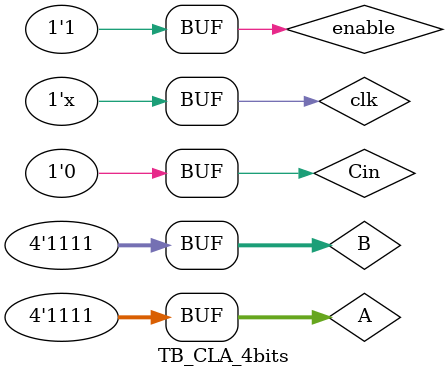
<source format=v>
`timescale 1ns / 1ps

module TB_CLA_4bits;

reg clk;
reg enable;
reg [3:0] A,B;
reg Cin;
wire [4:0] Q;

CLA_4bits u1 (
    .clk(clk),
    .enable(enable),
    .A(A),
    .B(B),
    .Cin(Cin),
    .Q(Q)
    );
 
initial
begin

clk = 0;
enable = 0;

//Test 1
A = 4'b0000;
B = 4'b0101;
Cin = 0;

#10

enable = 1;

//Test 2
#10
A = 4'b0101;
B = 4'b0111;
Cin = 0;

//Test 3
#10
A = 4'b1000;
B = 4'b0111;
Cin = 1;

//Test 4
#10
A = 4'b1001;
B = 4'b0100;
Cin = 0;

//Test 5
#10
A = 4'b1000;
B = 4'b1000;
Cin = 1;

//Test 6
#10
A = 4'b1101;
B = 4'b1010;
Cin = 1;

//Test 7
#10
A = 4'b1111;
B = 4'b1111;
Cin = 0;

end

always
#5 clk = ~clk; 

endmodule

</source>
